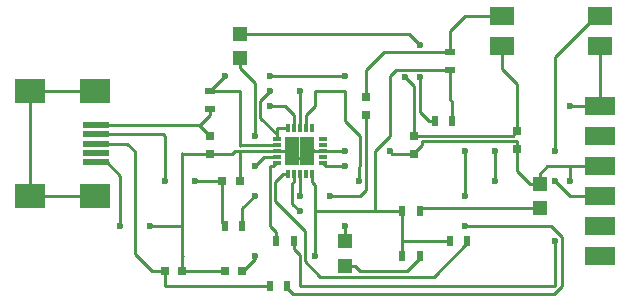
<source format=gtl>
G04 #@! TF.FileFunction,Copper,L1,Top,Signal*
%FSLAX46Y46*%
G04 Gerber Fmt 4.6, Leading zero omitted, Abs format (unit mm)*
G04 Created by KiCad (PCBNEW 4.0.0-rc1-stable) date 12/2/2015 9:08:29 PM*
%MOMM*%
G01*
G04 APERTURE LIST*
%ADD10C,0.100000*%
%ADD11R,0.750000X0.800000*%
%ADD12R,0.800000X0.750000*%
%ADD13R,1.198880X1.198880*%
%ADD14R,2.540000X1.524000*%
%ADD15R,0.900000X0.500000*%
%ADD16R,2.301240X0.500380*%
%ADD17R,2.499360X1.998980*%
%ADD18R,0.500000X0.900000*%
%ADD19R,0.730000X0.300000*%
%ADD20R,0.300000X0.730000*%
%ADD21R,1.250000X1.250000*%
%ADD22R,2.159000X1.524000*%
%ADD23C,0.600000*%
%ADD24C,0.250000*%
G04 APERTURE END LIST*
D10*
D11*
X144780000Y-100330000D03*
X144780000Y-101830000D03*
D12*
X145820000Y-104140000D03*
X147320000Y-104140000D03*
D11*
X170826428Y-99935000D03*
X170826428Y-101435000D03*
D12*
X140970000Y-111760000D03*
X142470000Y-111760000D03*
D11*
X162040000Y-100330000D03*
X162040000Y-101830000D03*
D12*
X147550000Y-111760000D03*
X146050000Y-111760000D03*
D11*
X158000000Y-98540000D03*
X158000000Y-97040000D03*
D13*
X172720000Y-106459020D03*
X172720000Y-104360980D03*
X147320000Y-91660980D03*
X147320000Y-93759020D03*
X156210000Y-111318040D03*
X156210000Y-109220000D03*
D14*
X177800000Y-97790000D03*
X177800000Y-100330000D03*
X177800000Y-102870000D03*
X177800000Y-105410000D03*
X177800000Y-107950000D03*
X177800000Y-110490000D03*
D15*
X144780000Y-96520000D03*
X144780000Y-98020000D03*
D16*
X135138160Y-99369880D03*
X135138160Y-100169980D03*
X135138160Y-100970080D03*
X135138160Y-101770180D03*
X135138160Y-102570280D03*
D17*
X135039100Y-96520000D03*
X129540000Y-96520000D03*
X135039100Y-105420160D03*
X129540000Y-105420160D03*
D18*
X147550000Y-107950000D03*
X146050000Y-107950000D03*
X151360000Y-113030000D03*
X149860000Y-113030000D03*
X161060000Y-106680000D03*
X162560000Y-106680000D03*
X165330000Y-99060000D03*
X163830000Y-99060000D03*
X161060000Y-110490000D03*
X162560000Y-110490000D03*
X165100000Y-109220000D03*
X166600000Y-109220000D03*
D15*
X165100000Y-93230000D03*
X165100000Y-94730000D03*
D18*
X150380000Y-109220000D03*
X151880000Y-109220000D03*
D19*
X154365000Y-102600000D03*
X154365000Y-102100000D03*
X154365000Y-101600000D03*
X154365000Y-101100000D03*
X154365000Y-100600000D03*
D20*
X153400000Y-99635000D03*
X152900000Y-99635000D03*
X152400000Y-99635000D03*
X151900000Y-99635000D03*
X151400000Y-99635000D03*
D19*
X150435000Y-100600000D03*
X150435000Y-101100000D03*
X150435000Y-101600000D03*
X150435000Y-102100000D03*
X150435000Y-102600000D03*
D20*
X151400000Y-103565000D03*
X151900000Y-103565000D03*
X152400000Y-103565000D03*
X152900000Y-103565000D03*
X153400000Y-103565000D03*
D21*
X151775000Y-100975000D03*
X151775000Y-102225000D03*
X153025000Y-100975000D03*
X153025000Y-102225000D03*
D22*
X177800000Y-92710000D03*
X177800000Y-90170000D03*
X169545000Y-90170000D03*
X169545000Y-92710000D03*
D23*
X175260000Y-104140000D03*
X139700000Y-107950000D03*
X137160000Y-107950000D03*
X156210000Y-101600000D03*
X160020000Y-101600000D03*
X140970000Y-104140000D03*
X143510000Y-104140000D03*
X146050000Y-95250000D03*
X149860000Y-95250000D03*
X156210000Y-95250000D03*
X161290000Y-95355010D03*
X149860000Y-96520000D03*
X148590000Y-110489276D03*
X153670000Y-110490000D03*
X152400000Y-105410000D03*
X154940000Y-105410000D03*
X162560000Y-95355010D03*
X162560000Y-92604990D03*
X148590000Y-102870000D03*
X148590000Y-100330000D03*
X157374990Y-104140000D03*
X156210000Y-107950000D03*
X175260000Y-97790000D03*
X168910000Y-101600000D03*
X168910000Y-104140000D03*
X173990000Y-101600000D03*
X173990000Y-104140000D03*
X152400000Y-106680000D03*
X156210000Y-102870000D03*
X173990000Y-109220000D03*
X149860000Y-97790000D03*
X148590000Y-105410000D03*
X152400000Y-96520000D03*
X166370000Y-101600000D03*
X166370000Y-105410000D03*
X166370000Y-107950000D03*
D24*
X143844880Y-99369880D02*
X143930120Y-99369880D01*
X143930120Y-99369880D02*
X144780000Y-98520000D01*
X144780000Y-98520000D02*
X144780000Y-98020000D01*
X135138160Y-99369880D02*
X143844880Y-99369880D01*
X143844880Y-99369880D02*
X144780000Y-100305000D01*
X144780000Y-100305000D02*
X144780000Y-100330000D01*
X162040000Y-101830000D02*
X162040000Y-101805000D01*
X162040000Y-101805000D02*
X162740001Y-101104999D01*
X162740001Y-101104999D02*
X162740001Y-100780010D01*
X162740001Y-100780010D02*
X170821438Y-100780010D01*
X170821438Y-100780010D02*
X170826428Y-100785000D01*
X170826428Y-100785000D02*
X170826428Y-101435000D01*
X153025000Y-100975000D02*
X153025000Y-102225000D01*
X151775000Y-100975000D02*
X151775000Y-102225000D01*
X151775000Y-102225000D02*
X153025000Y-102225000D01*
X153025000Y-100975000D02*
X153650000Y-101600000D01*
X153650000Y-101600000D02*
X154365000Y-101600000D01*
X150435000Y-101600000D02*
X151150000Y-101600000D01*
X151150000Y-101600000D02*
X151775000Y-100975000D01*
X173361540Y-102870000D02*
X175226488Y-102870000D01*
X175226488Y-102870000D02*
X176280000Y-102870000D01*
X175260000Y-104140000D02*
X175260000Y-102903512D01*
X175260000Y-102903512D02*
X175226488Y-102870000D01*
X142470000Y-105410000D02*
X142470000Y-107840938D01*
X142470000Y-107840938D02*
X142470000Y-110182753D01*
X139700000Y-107950000D02*
X142360938Y-107950000D01*
X142360938Y-107950000D02*
X142470000Y-107840938D01*
X135138160Y-102570280D02*
X136038590Y-102570280D01*
X136038590Y-102570280D02*
X137160000Y-103691690D01*
X137160000Y-103691690D02*
X137160000Y-107950000D01*
X172720000Y-104360980D02*
X172720000Y-103511540D01*
X172720000Y-103511540D02*
X173361540Y-102870000D01*
X176280000Y-102870000D02*
X177800000Y-102870000D01*
X170826428Y-101435000D02*
X170826428Y-103316848D01*
X171870560Y-104360980D02*
X172720000Y-104360980D01*
X170826428Y-103316848D02*
X171870560Y-104360980D01*
X156210000Y-101600000D02*
X155584990Y-101600000D01*
X155584990Y-101600000D02*
X154365000Y-101600000D01*
X162040000Y-101830000D02*
X160250000Y-101830000D01*
X160250000Y-101830000D02*
X160020000Y-101600000D01*
X146930000Y-101600000D02*
X147304282Y-101600000D01*
X147304282Y-101600000D02*
X149820000Y-101600000D01*
X147320000Y-104140000D02*
X147320000Y-101615718D01*
X147320000Y-101615718D02*
X147304282Y-101600000D01*
X144780000Y-101830000D02*
X146700000Y-101830000D01*
X146700000Y-101830000D02*
X146930000Y-101600000D01*
X142445000Y-101805000D02*
X142470000Y-101830000D01*
X142470000Y-101830000D02*
X144780000Y-101830000D01*
X142445000Y-105410000D02*
X142445000Y-101805000D01*
X142470000Y-110182753D02*
X142470000Y-110490000D01*
X142470000Y-110182753D02*
X142470000Y-111760000D01*
X142470000Y-111760000D02*
X146050000Y-111760000D01*
X142470000Y-110490000D02*
X142495000Y-110490000D01*
X149820000Y-101600000D02*
X150435000Y-101600000D01*
X142445000Y-105410000D02*
X142470000Y-105410000D01*
X140809980Y-100169980D02*
X140970000Y-100330000D01*
X135138160Y-100169980D02*
X140809980Y-100169980D01*
X140970000Y-104140000D02*
X140970000Y-100330000D01*
X145820000Y-104140000D02*
X143510000Y-104140000D01*
X145820000Y-104140000D02*
X145820000Y-107720000D01*
X145820000Y-107720000D02*
X146050000Y-107950000D01*
X162040000Y-100330000D02*
X170431428Y-100330000D01*
X170431428Y-100330000D02*
X170826428Y-99935000D01*
X170826428Y-95896428D02*
X169545000Y-94615000D01*
X169545000Y-94615000D02*
X169545000Y-92710000D01*
X170826428Y-99935000D02*
X170826428Y-95896428D01*
X146050000Y-95250000D02*
X144780000Y-96520000D01*
X156210000Y-95250000D02*
X149860000Y-95250000D01*
X162040000Y-100330000D02*
X162040000Y-96105010D01*
X162040000Y-96105010D02*
X161290000Y-95355010D01*
X147320000Y-100330000D02*
X147320000Y-100543651D01*
X147320000Y-100543651D02*
X147320000Y-101149990D01*
X147320000Y-96520000D02*
X147320000Y-100543651D01*
X144780000Y-96520000D02*
X147320000Y-96520000D01*
X147320000Y-101149990D02*
X147369990Y-101100000D01*
X147369990Y-101100000D02*
X150435000Y-101100000D01*
X140970000Y-113030000D02*
X149860000Y-113030000D01*
X140970000Y-111760000D02*
X140970000Y-113030000D01*
X138430000Y-101600000D02*
X138430000Y-104140000D01*
X139903272Y-111760000D02*
X138430000Y-110286728D01*
X138430000Y-110286728D02*
X138430000Y-104140000D01*
X140970000Y-111760000D02*
X139903272Y-111760000D01*
X138430000Y-101600000D02*
X137800080Y-100970080D01*
X137800080Y-100970080D02*
X135138160Y-100970080D01*
X158750000Y-106680000D02*
X153670000Y-106680000D01*
X158750000Y-106680000D02*
X160020000Y-106680000D01*
X158750000Y-101600000D02*
X158750000Y-106680000D01*
X165100000Y-97187367D02*
X165330000Y-97417367D01*
X165330000Y-97417367D02*
X165330000Y-99060000D01*
X149040010Y-97339990D02*
X149040010Y-98805010D01*
X149040010Y-98805010D02*
X150435000Y-100200000D01*
X150435000Y-100200000D02*
X150435000Y-100600000D01*
X149860000Y-96520000D02*
X149040010Y-97339990D01*
X150435000Y-99635000D02*
X150435000Y-100600000D01*
X151400000Y-99635000D02*
X150435000Y-99635000D01*
X148590000Y-110745000D02*
X148590000Y-110489276D01*
X153670000Y-106680000D02*
X153670000Y-110490000D01*
X153670000Y-106680000D02*
X153797021Y-106680000D01*
X161060000Y-106680000D02*
X161060000Y-109184813D01*
X161060000Y-109184813D02*
X161060000Y-110490000D01*
X165100000Y-109220000D02*
X161095187Y-109220000D01*
X161095187Y-109220000D02*
X161060000Y-109184813D01*
X160020000Y-100330000D02*
X158750000Y-101600000D01*
X160020000Y-95250000D02*
X160020000Y-100330000D01*
X160540000Y-94730000D02*
X160020000Y-95250000D01*
X165100000Y-94730000D02*
X160540000Y-94730000D01*
X159997844Y-106680000D02*
X161060000Y-106680000D01*
X165100000Y-94730000D02*
X165100000Y-97187367D01*
X153670000Y-106680000D02*
X153670000Y-104450000D01*
X153670000Y-104450000D02*
X153400000Y-104180000D01*
X147550000Y-111760000D02*
X147575000Y-111760000D01*
X147575000Y-111760000D02*
X148590000Y-110745000D01*
X153400000Y-104180000D02*
X153400000Y-103565000D01*
X152400000Y-105410000D02*
X152400000Y-103565000D01*
X157480000Y-105410000D02*
X154940000Y-105410000D01*
X158000000Y-98540000D02*
X158000000Y-104890000D01*
X158000000Y-104890000D02*
X157480000Y-105410000D01*
X165100000Y-91440000D02*
X166370000Y-90170000D01*
X166370000Y-90170000D02*
X169545000Y-90170000D01*
X165100000Y-93230000D02*
X165100000Y-91440000D01*
X158000000Y-94730000D02*
X159500000Y-93230000D01*
X159500000Y-93230000D02*
X165100000Y-93230000D01*
X158000000Y-97040000D02*
X158000000Y-94730000D01*
X172720000Y-106459020D02*
X162780980Y-106459020D01*
X162780980Y-106459020D02*
X162560000Y-106680000D01*
X162560000Y-95355010D02*
X162560000Y-98290000D01*
X162560000Y-98290000D02*
X163330000Y-99060000D01*
X163330000Y-99060000D02*
X163830000Y-99060000D01*
X147320000Y-91660980D02*
X161615990Y-91660980D01*
X161615990Y-91660980D02*
X162560000Y-92604990D01*
X148590000Y-102870000D02*
X149360000Y-102100000D01*
X149360000Y-102100000D02*
X150435000Y-102100000D01*
X148590000Y-95878460D02*
X148590000Y-100330000D01*
X147320000Y-93759020D02*
X147320000Y-94608460D01*
X147320000Y-94608460D02*
X148590000Y-95878460D01*
X157501400Y-111760000D02*
X161490000Y-111760000D01*
X161490000Y-111760000D02*
X162560000Y-110690000D01*
X162560000Y-110690000D02*
X162560000Y-110490000D01*
X156210000Y-111318040D02*
X157059440Y-111318040D01*
X157059440Y-111318040D02*
X157501400Y-111760000D01*
X157374990Y-104140000D02*
X157374990Y-102975010D01*
X157374990Y-102975010D02*
X157480000Y-102870000D01*
X157480000Y-100330000D02*
X156210000Y-99060000D01*
X156210000Y-99060000D02*
X156210000Y-96520000D01*
X157480000Y-102870000D02*
X157480000Y-100330000D01*
X153670000Y-96520000D02*
X153670000Y-97790000D01*
X153670000Y-97790000D02*
X152900000Y-98560000D01*
X152900000Y-98560000D02*
X152900000Y-99020000D01*
X152900000Y-99020000D02*
X152900000Y-99635000D01*
X156210000Y-96520000D02*
X153670000Y-96520000D01*
X156210000Y-109220000D02*
X156210000Y-107950000D01*
X175260000Y-97790000D02*
X177800000Y-97790000D01*
X168910000Y-104140000D02*
X168910000Y-101600000D01*
X177800000Y-92710000D02*
X177800000Y-97790000D01*
X173990000Y-101600000D02*
X173990000Y-93662500D01*
X173990000Y-93662500D02*
X177482500Y-90170000D01*
X177482500Y-90170000D02*
X177800000Y-90170000D01*
X177292000Y-105410000D02*
X175260000Y-105410000D01*
X175260000Y-105410000D02*
X173990000Y-104140000D01*
X177800000Y-105410000D02*
X177292000Y-105410000D01*
X152400000Y-106680000D02*
X151774999Y-106054999D01*
X151774999Y-106054999D02*
X151774999Y-104305001D01*
X151774999Y-104305001D02*
X151900000Y-104180000D01*
X151900000Y-104180000D02*
X151900000Y-103565000D01*
X156210000Y-102870000D02*
X154635000Y-102870000D01*
X154635000Y-102870000D02*
X154365000Y-102600000D01*
X152400000Y-113030000D02*
X152400000Y-111760000D01*
X156138078Y-113030000D02*
X152400000Y-113030000D01*
X173990000Y-113030000D02*
X156138078Y-113030000D01*
X173990000Y-111760000D02*
X173990000Y-113030000D01*
X173990000Y-109220000D02*
X173990000Y-111760000D01*
X152400000Y-111760000D02*
X152400000Y-110440000D01*
X152400000Y-110440000D02*
X151880000Y-109920000D01*
X151880000Y-109920000D02*
X151880000Y-109220000D01*
X129540000Y-96520000D02*
X129540000Y-105420160D01*
X129540000Y-96520000D02*
X135039100Y-96520000D01*
X135039100Y-105420160D02*
X129540000Y-105420160D01*
X151130000Y-97790000D02*
X151900000Y-98560000D01*
X151900000Y-98560000D02*
X151900000Y-99635000D01*
X149860000Y-97790000D02*
X151130000Y-97790000D01*
X147550000Y-107950000D02*
X147550000Y-106450000D01*
X147550000Y-106450000D02*
X148590000Y-105410000D01*
X152400000Y-99060000D02*
X152400000Y-99635000D01*
X152400000Y-96520000D02*
X152400000Y-99060000D01*
X166370000Y-105410000D02*
X166370000Y-101600000D01*
X173645002Y-107950000D02*
X166370000Y-107950000D01*
X151360000Y-113030000D02*
X151360000Y-113230000D01*
X173926410Y-113730000D02*
X174615001Y-113041409D01*
X151360000Y-113230000D02*
X151860000Y-113730000D01*
X151860000Y-113730000D02*
X173926410Y-113730000D01*
X174615001Y-113041409D02*
X174615001Y-108919999D01*
X174615001Y-108919999D02*
X173645002Y-107950000D01*
X166600000Y-109220000D02*
X166600000Y-109420000D01*
X166600000Y-109420000D02*
X163777519Y-112242481D01*
X163777519Y-112242481D02*
X154152481Y-112242481D01*
X154152481Y-112242481D02*
X152850010Y-110940010D01*
X152850010Y-110940010D02*
X152850010Y-108400010D01*
X152850010Y-108400010D02*
X150310010Y-105860010D01*
X150310010Y-105860010D02*
X150310010Y-104254990D01*
X150310010Y-104254990D02*
X151000000Y-103565000D01*
X151000000Y-103565000D02*
X151400000Y-103565000D01*
X149860000Y-105410000D02*
X149860000Y-105255638D01*
X149860000Y-105255638D02*
X149860000Y-104140000D01*
X149860000Y-107950000D02*
X149860000Y-105255638D01*
X150380000Y-108470000D02*
X149860000Y-107950000D01*
X150380000Y-109220000D02*
X150380000Y-108470000D01*
X149860000Y-102870000D02*
X150165000Y-102870000D01*
X150165000Y-102870000D02*
X150435000Y-102600000D01*
X149860000Y-104140000D02*
X149860000Y-102870000D01*
M02*

</source>
